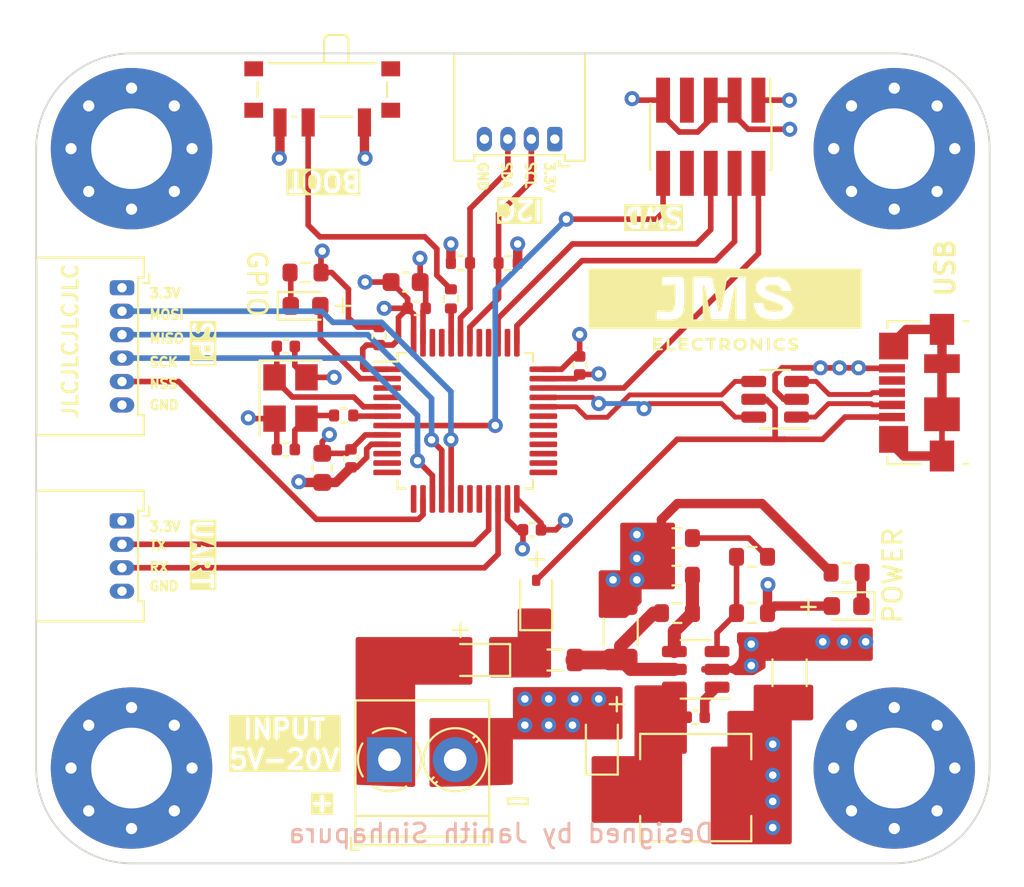
<source format=kicad_pcb>
(kicad_pcb (version 20221018) (generator pcbnew)
  (layers (0 "F.Cu" signal) (1 "In1.Cu" jumper) (2 "In2.Cu" power) (31 "B.Cu" signal) (34 "B.Paste" user) (35 "F.Paste" user) (36 "B.SilkS" user "B.Silkscreen") (37 "F.SilkS" user "F.Silkscreen") (38 "B.Mask" user) (39 "F.Mask" user) (44 "Edge.Cuts" user))
  (net 0 "")
  (net 1 "+3.3V")
  (net 2 "GND")
  (net 3 "HSE_IN")
  (net 4 "Net-(C9-Pad1)")
  (net 5 "BUCK_IN")
  (net 6 "BUCK_BST")
  (net 7 "BUCK_SW")
  (net 8 "Net-(D1-K)")
  (net 9 "LED")
  (net 10 "Net-(D2-K)")
  (net 11 "VCC")
  (net 12 "+5V")
  (net 13 "Net-(D5-K)")
  (net 15 "unconnected-(J1-Shield-Pad6)")
  (net 16 "SWDIO")
  (net 17 "SWCLK")
  (net 18 "SWO")
  (net 21 "NRST")
  (net 22 "SCL")
  (net 23 "SDA")
  (net 24 "TX")
  (net 25 "RX")
  (net 26 "MOSI")
  (net 27 "MISO")
  (net 28 "SCK")
  (net 29 "NSS")
  (net 30 "BOOT0")
  (net 31 "Net-(SW1-B)")
  (net 32 "HSE_OUT")
  (net 33 "BUCK_EN")
  (net 34 "BUCK_FB")
  (net 35 "Net-(R10-Pad2)")
  (net 57 "USB_CONN_D-")
  (net 58 "USB_CONN_D+")
  (net 59 "USB_D+")
  (net 60 "USB_D-")
  (footprint "Capacitor_SMD:C_0402_1005Metric" (layer "F.Cu") (at 185 109.05 180)
    (fp_text reference "C12")
    (fp_text value "10n")
  )
  (footprint "Connector_USB:USB_Micro-B_Molex_47346-0001" (layer "F.Cu") (at 196.92 91.75 90)
    (fp_text reference "J1")
    (fp_text value "USB_B_Micro")
  )
  (footprint "Inductor_SMD:L_Sunlord_MWSA0518S" (layer "F.Cu") (at 185 112.8)
    (fp_text reference "L1")
    (fp_text value "10u")
  )
  (footprint "MountingHole:MountingHole_4.3mm_M4_Pad_Via" (layer "F.Cu") (at 195.58 78.74)
    (fp_text reference "H2")
    (fp_text value "MountingHole_Pad")
  )
  (footprint "MountingHole:MountingHole_4.3mm_M4_Pad_Via" (layer "F.Cu") (at 195.58 111.76)
    (fp_text reference "H4")
    (fp_text value "MountingHole_Pad")
  )
  (footprint "Package_QFP:LQFP-48_7x7mm_P0.5mm" (layer "F.Cu") (at 172.72 93.25)
    (fp_text reference "U1")
    (fp_text value "STM32F103C8T6")
  )
  (footprint "Capacitor_SMD:C_0402_1005Metric" (layer "F.Cu") (at 176.276 99.06 180)
    (fp_text reference "C2")
    (fp_text value "100n")
  )
  (footprint "Resistor_SMD:R_0603_1608Metric" (layer "F.Cu") (at 188 100.5 180)
    (fp_text reference "R9")
    (fp_text value "15k")
  )
  (footprint "Connector_Molex:Molex_PicoBlade_53048-0610_1x06_P1.25mm_Horizontal" (layer "F.Cu") (at 154.432 86.1552 -90)
    (fp_text reference "J6")
    (fp_text value "SPI")
  )
  (footprint "Diode_SMD:D_SOD-323" (layer "F.Cu") (at 173.5 106 180)
    (fp_text reference "D2")
    (fp_text value "1N5819WS")
  )
  (footprint "Capacitor_SMD:C_0402_1005Metric" (layer "F.Cu") (at 163.16 89.282)
    (fp_text reference "C6")
    (fp_text value "12p")
  )
  (footprint "MountingHole:MountingHole_4.3mm_M4_Pad_Via" (layer "F.Cu") (at 154.94 111.76)
    (fp_text reference "H3")
    (fp_text value "MountingHole_Pad")
  )
  (footprint "Connector_Molex:Molex_PicoBlade_53048-0410_1x04_P1.25mm_Horizontal" (layer "F.Cu") (at 177.4906 78.2302 180)
    (fp_text reference "J4")
    (fp_text value "I2C")
  )
  (footprint "Resistor_SMD:R_0402_1005Metric" (layer "F.Cu") (at 175.006 84.836)
    (fp_text reference "R2")
    (fp_text value "2k2")
  )
  (footprint "LED_SMD:LED_0603_1608Metric" (layer "F.Cu") (at 164.211 87.122)
    (fp_text reference "D1")
    (fp_text value "STA")
  )
  (footprint "Connector_PinHeader_1.27mm:PinHeader_2x05_P1.27mm_Vertical_SMD" (layer "F.Cu") (at 185.801 78.105 -90)
    (fp_text reference "J3")
    (fp_text value "SWD")
  )
  (footprint "Capacitor_SMD:C_0402_1005Metric" (layer "F.Cu") (at 166.6325 95.25 90)
    (fp_text reference "C8")
    (fp_text value "100n")
  )
  (footprint "Capacitor_SMD:C_1206_3216Metric" (layer "F.Cu") (at 190 106.68 90)
    (fp_text reference "C11")
    (fp_text value "22u")
  )
  (footprint "Button_Switch_SMD:SW_SPDT_PCM12" (layer "F.Cu") (at 165.1 75.913 180)
    (fp_text reference "SW1")
    (fp_text value "SW_SPDT")
  )
  (footprint "Resistor_SMD:R_0402_1005Metric" (layer "F.Cu") (at 166.243 92.964)
    (fp_text reference "R3")
    (fp_text value "47")
  )
  (footprint "Capacitor_SMD:C_0603_1608Metric" (layer "F.Cu") (at 169.545 85.852)
    (fp_text reference "C1")
    (fp_text value "10u")
  )
  (footprint "Resistor_SMD:R_0402_1005Metric" (layer "F.Cu") (at 172.466 84.836 180)
    (fp_text reference "R5")
    (fp_text value "2k2")
  )
  (footprint "Resistor_SMD:R_0603_1608Metric" (layer "F.Cu") (at 164.211 85.344 180)
    (fp_text reference "R4")
    (fp_text value "330")
  )
  (footprint "Capacitor_SMD:C_1206_3216Metric" (layer "F.Cu") (at 181 104.5 90)
    (fp_text reference "C10")
    (fp_text value "10u")
  )
  (footprint "Diode_SMD:D_SOD-323" (layer "F.Cu") (at 180 110.5 90)
    (fp_text reference "D4")
    (fp_text value "1N5819WS")
  )
  (footprint "TerminalBlock_Phoenix:TerminalBlock_Phoenix_PT-1,5-2-3.5-H_1x02_P3.50mm_Horizontal" (layer "F.Cu") (at 168.684 111.314)
    (fp_text reference "J2")
    (fp_text value "Power")
  )
  (footprint "Capacitor_SMD:C_0402_1005Metric" (layer "F.Cu") (at 170.1325 87.25)
    (fp_text reference "C4")
    (fp_text value "100n")
  )
  (footprint "Capacitor_SMD:C_0402_1005Metric" (layer "F.Cu") (at 163.16 94.782 180)
    (fp_text reference "C9")
    (fp_text value "12p")
  )
  (footprint "Janith_Kicad_Footprints:Janith Logo" (layer "F.Cu") (at 186.563 87.376)
    (fp_text reference "G***" hide)
    (fp_text value "LOGO" hide)
  )
  (footprint "Inductor_SMD:L_0805_2012Metric" (layer "F.Cu") (at 177.5 106)
    (fp_text reference "FB1")
    (fp_text value "GZ2012D101TF")
  )
  (footprint "Capacitor_SMD:C_0402_1005Metric" (layer "F.Cu") (at 178.816 90.297 -90)
    (fp_text reference "C3")
    (fp_text value "100n")
  )
  (footprint "Resistor_SMD:R_0603_1608Metric" (layer "F.Cu") (at 193.04 101.346)
    (fp_text reference "R11")
    (fp_text value "330")
  )
  (footprint "Resistor_SMD:R_0603_1608Metric" (layer "F.Cu") (at 184 103.5 180)
    (fp_text reference "R6")
    (fp_text value "100k")
  )
  (footprint "Capacitor_SMD:C_0603_1608Metric" (layer "F.Cu") (at 165.1 95.758 90)
    (fp_text reference "C7")
    (fp_text value "10u")
  )
  (footprint "Resistor_SMD:R_0603_1608Metric" (layer "F.Cu") (at 184 101.5)
    (fp_text reference "R7")
    (fp_text value "33k")
  )
  (footprint "Crystal:Crystal_SMD_3225-4Pin_3.2x2.5mm" (layer "F.Cu") (at 163.41 92.032 -90)
    (fp_text reference "Y1")
    (fp_text value "16MHz")
  )
  (footprint "MountingHole:MountingHole_4.3mm_M4_Pad_Via" (layer "F.Cu") (at 154.94 78.74)
    (fp_text reference "H1")
    (fp_text value "MountingHole_Pad")
  )
  (footprint "Resistor_SMD:R_0603_1608Metric" (layer "F.Cu") (at 184 99.5)
    (fp_text reference "R10")
    (fp_text value "270")
  )
  (footprint "Capacitor_SMD:C_0402_1005Metric" (layer "F.Cu") (at 168.1325 88.73 90)
    (fp_text reference "C5")
    (fp_text value "100n")
  )
  (footprint "Package_TO_SOT_SMD:SOT-23-6" (layer "F.Cu") (at 189.23 92.1 180)
    (fp_text reference "U2")
    (fp_text value "USBLC6-2SC6")
  )
  (footprint "Resistor_SMD:R_0603_1608Metric" (layer "F.Cu") (at 188 103.5)
    (fp_text reference "R8")
    (fp_text value "47k")
  )
  (footprint "Diode_SMD:D_SOD-323" (layer "F.Cu") (at 176.5 102.8 90)
    (fp_text reference "D3")
    (fp_text value "1N5819WS")
  )
  (footprint "Package_TO_SOT_SMD:TSOT-23-6" (layer "F.Cu") (at 185 106.5 180)
    (fp_text reference "U3")
    (fp_text value "MP2359")
  )
  (footprint "Connector_Molex:Molex_PicoBlade_53048-0410_1x04_P1.25mm_Horizontal" (layer "F.Cu") (at 154.4302 98.582 -90)
    (fp_text reference "J5")
    (fp_text value "UART")
  )
  (footprint "LED_SMD:LED_0603_1608Metric" (layer "F.Cu") (at 193.04 103.124 180)
    (fp_text reference "D5")
    (fp_text value "PWR")
  )
  (footprint "Resistor_SMD:R_0402_1005Metric" (layer "F.Cu") (at 171.958 86.75 90)
    (fp_text reference "R1")
    (fp_text value "10k")
  )
  (gr_line (start 200.66 78.74) (end 200.66 111.76) (stroke (width 0.1)) (layer "Edge.Cuts"))
  (gr_arc (start 154.94 116.84) (mid 151.347898 115.352102) (end 149.86 111.76) (stroke (width 0.1)) (layer "Edge.Cuts"))
  (gr_line (start 154.94 116.84) (end 195.58 116.84) (stroke (width 0.1)) (layer "Edge.Cuts"))
  (gr_line (start 154.94 73.66) (end 195.58 73.66) (stroke (width 0.1)) (layer "Edge.Cuts"))
  (gr_arc (start 200.66 111.76) (mid 199.172102 115.352102) (end 195.58 116.84) (stroke (width 0.1)) (layer "Edge.Cuts"))
  (gr_arc (start 149.86 78.74) (mid 151.347898 75.147898) (end 154.94 73.66) (stroke (width 0.1)) (layer "Edge.Cuts"))
  (gr_arc (start 195.58 73.66) (mid 199.172102 75.147898) (end 200.66 78.74) (stroke (width 0.1)) (layer "Edge.Cuts"))
  (gr_line (start 149.86 78.74) (end 149.86 111.76) (stroke (width 0.1)) (layer "Edge.Cuts"))
  (gr_text "Designed by Janith Sinhapura" (at 186.055 115.824) (layer "B.SilkS") (effects (font (size 1 1)) (justify left bottom mirror)))
  (gr_text "+" (at 191.008 103.6828) (layer "F.SilkS") (effects (font (size 1 1) (thickness 0.125)) (justify bottom)))
  (gr_text "JLCJLCJLCJLC" (at 152.146 93.218 90) (layer "F.SilkS") (effects (font (size 0.8 0.8)) (justify left bottom)))
  (gr_text "-" (at 175.514 114.046) (layer "F.SilkS" knockout) (effects (font (size 1 1) (thickness 0.2) bold) (justify bottom)))
  (gr_text "BOOT" (at 165.227 79.883 180) (layer "F.SilkS" knockout) (effects (font (size 1 1) (thickness 0.2) bold) (justify bottom)))
  (gr_text "SCK" (at 155.829 90.424) (layer "F.SilkS") (effects (font (size 0.5 0.5) (thickness 0.125)) (justify left bottom)))
  (gr_text "3.3V" (at 155.829 99.187) (layer "F.SilkS") (effects (font (size 0.5 0.5) (thickness 0.125)) (justify left bottom)))
  (gr_text "USB" (at 198.882 86.741 90) (layer "F.SilkS") (effects (font (size 1 1) (thickness 0.2) bold) (justify left bottom)))
  (gr_text "GND" (at 155.829 102.362) (layer "F.SilkS") (effects (font (size 0.5 0.5) (thickness 0.125)) (justify left bottom)))
  (gr_text "UART" (at 158.115 100.33 270) (layer "F.SilkS" knockout) (effects (font (size 1 1) (thickness 0.2) bold) (justify bottom)))
  (gr_text "GND" (at 173.355 79.375 -90) (layer "F.SilkS") (effects (font (size 0.5 0.5) (thickness 0.125)) (justify left bottom)))
  (gr_text "GND" (at 155.829 92.71) (layer "F.SilkS") (effects (font (size 0.5 0.5) (thickness 0.125)) (justify left bottom)))
  (gr_text "MOSI" (at 155.829 87.884) (layer "F.SilkS") (effects (font (size 0.5 0.5) (thickness 0.125)) (justify left bottom)))
  (gr_text "3.3V" (at 176.911 79.375 -90) (layer "F.SilkS") (effects (font (size 0.5 0.5) (thickness 0.125)) (justify left bottom)))
  (gr_text "+" (at 180.7972 108.8644) (layer "F.SilkS") (effects (font (size 1 1) (thickness 0.125)) (justify bottom)))
  (gr_text "SCL" (at 175.895 79.375 270) (layer "F.SilkS") (effects (font (size 0.5 0.5) (thickness 0.125)) (justify left bottom)))
  (gr_text "+" (at 176.53 101.1428) (layer "F.SilkS") (effects (font (size 1 1) (thickness 0.125)) (justify bottom)))
  (gr_text "POWER" (at 196.088 104.14 90) (layer "F.SilkS") (effects (font (size 1 1)) (justify left bottom)))
  (gr_text "INPUT\n5V-20V" (at 163.068 111.887) (layer "F.SilkS" knockout) (effects (font (size 1 1) (thickness 0.2) bold) (justify bottom)))
  (gr_text "NSS" (at 155.829 91.567) (layer "F.SilkS") (effects (font (size 0.5 0.5) (thickness 0.125)) (justify left bottom)))
  (gr_text "MISO" (at 155.829 89.154) (layer "F.SilkS") (effects (font (size 0.5 0.5) (thickness 0.125)) (justify left bottom)))
  (gr_text "+" (at 165.1 114.173) (layer "F.SilkS" knockout) (effects (font (size 1 1) (thickness 0.2) bold) (justify bottom)))
  (gr_text "+" (at 172.466 104.902) (layer "F.SilkS") (effects (font (size 1 1) (thickness 0.125)) (justify bottom)))
  (gr_text "+" (at 166.2176 87.63) (layer "F.SilkS") (effects (font (size 1 1) (thickness 0.125)) (justify bottom)))
  (gr_text "3.3V" (at 155.829 86.741) (layer "F.SilkS") (effects (font (size 0.5 0.5) (thickness 0.125)) (justify left bottom)))
  (gr_text "RX" (at 155.829 101.346) (layer "F.SilkS") (effects (font (size 0.5 0.5) (thickness 0.125)) (justify left bottom)))
  (gr_text "SDA" (at 174.625 79.375 270) (layer "F.SilkS") (effects (font (size 0.5 0.5) (thickness 0.125)) (justify left bottom)))
  (gr_text "SPI" (at 158.115 89.154 270) (layer "F.SilkS" knockout) (effects (font (size 1 1) (thickness 0.2) bold) (justify bottom)))
  (gr_text "GPIO" (at 161.036 84.074 270) (layer "F.SilkS") (effects (font (size 1 1)) (justify left bottom)))
  (gr_text "I2C" (at 175.641 81.407 180) (layer "F.SilkS" knockout) (effects (font (size 1 1) (thickness 0.2) bold) (justify bottom)))
  (gr_text "TX" (at 155.829 100.203) (layer "F.SilkS") (effects (font (size 0.5 0.5) (thickness 0.125)) (justify left bottom)))
  (gr_text "SWD" (at 182.753 81.788 180) (layer "F.SilkS" knockout) (effects (font (size 1 1) (thickness 0.2) bold) (justify bottom)))
  (segment (start 167.71688 94.5) (end 167.47 94.74688) (width 0.3) (layer "F.Cu") (net 1))
  (segment (start 175.47 97.4125) (end 176.756 98.6985) (width 0.3) (layer "F.Cu") (net 1))
  (segment (start 178.534 89.817) (end 178.816 89.817) (width 0.3) (layer "F.Cu") (net 1))
  (segment (start 171.956 84.836) (end 171.956 83.822) (width 0.5) (layer "F.Cu") (net 1))
  (segment (start 169.97 89.0875) (end 169.97 87.5675) (width 0.3) (layer "F.Cu") (net 1))
  (segment (start 178.816 89.817) (end 178.816 88.646) (width 0.3) (layer "F.Cu") (net 1))
  (segment (start 167.259 90.424) (end 167.259 89.408) (width 0.3) (layer "F.Cu") (net 1))
  (segment (start 167.35 77.343) (end 167.35 79.212) (width 0.5) (layer "F.Cu") (net 1))
  (segment (start 168.403 87.25) (end 168.402 87.249) (width 0.3) (layer "F.Cu") (net 1))
  (segment (start 166.942499 95.73) (end 166.6325 95.73) (width 0.3) (layer "F.Cu") (net 1))
  (segment (start 169.164 87.7385) (end 169.6525 87.25) (width 0.3) (layer "F.Cu") (net 1))
  (segment (start 167.457 89.21) (end 168.1325 89.21) (width 0.3) (layer "F.Cu") (net 1))
  (segment (start 169.164 88.9) (end 169.164 87.7385) (width 0.3) (layer "F.Cu") (net 1))
  (segment (start 167.47 95.202499) (end 166.942499 95.73) (width 0.3) (layer "F.Cu") (net 1))
  (segment (start 168.5575 90.5) (end 167.335 90.5) (width 0.3) (layer "F.Cu") (net 1))
  (segment (start 176.756 99.06) (end 177.546 99.06) (width 0.3) (layer "F.Cu") (net 1))
  (segment (start 168.854 89.21) (end 169.164 88.9) (width 0.3) (layer "F.Cu") (net 1))
  (segment (start 176.756 98.6985) (end 176.756 99.06) (width 0.3) (layer "F.Cu") (net 1))
  (segment (start 168.5575 94.5) (end 167.71688 94.5) (width 0.3) (layer "F.Cu") (net 1))
  (segment (start 177.851 90.5) (end 178.534 89.817) (width 0.3) (layer "F.Cu") (net 1))
  (segment (start 165.1 96.533) (end 163.887662 96.533) (width 0.5) (layer "F.Cu") (net 1))
  (segment (start 189.992 76.155) (end 188.341 76.155) (width 0.3) (layer "F.Cu") (net 1))
  (segment (start 177.546 99.06) (end 178.054 98.552) (width 0.3) (layer "F.Cu") (net 1))
  (segment (start 189.201 103.124) (end 188.825 103.5) (width 0.5) (layer "F.Cu") (net 1))
  (segment (start 175.516 83.822) (end 175.514 83.82) (width 0.5) (layer "F.Cu") (net 1))
  (segment (start 188.825 103.5) (end 188.825 102.005) (width 0.5) (layer "F.Cu") (net 1))
  (segment (start 163.887662 96.533) (end 163.852331 96.497669) (width 0.5) (layer "F.Cu") (net 1))
  (segment (start 167.35 79.212) (end 167.386 79.248) (width 0.5) (layer "F.Cu") (net 1))
  (segment (start 169.6525 86.7345) (end 168.77 85.852) (width 0.3) (layer "F.Cu") (net 1))
  (segment (start 169.97 87.5675) (end 169.6525 87.25) (width 0.3) (layer "F.Cu") (net 1))
  (segment (start 165.1 96.533) (end 165.8295 96.533) (width 0.5) (layer "F.Cu") (net 1))
  (segment (start 171.956 83.822) (end 171.958 83.82) (width 0.5) (layer "F.Cu") (net 1))
  (segment (start 167.335 90.5) (end 167.259 90.424) (width 0.3) (layer "F.Cu") (net 1))
  (segment (start 188.825 102.005) (end 188.849 101.981) (width 0.5) (layer "F.Cu") (net 1))
  (segment (start 165.8295 96.533) (end 166.6325 95.73) (width 0.5) (layer "F.Cu") (net 1))
  (segment (start 167.47 94.74688) (end 167.47 95.202499) (width 0.3) (layer "F.Cu") (net 1))
  (segment (start 168.77 85.852) (end 167.386 85.852) (width 0.3) (layer "F.Cu") (net 1))
  (segment (start 169.6525 87.25) (end 169.6525 86.7345) (width 0.3) (layer "F.Cu") (net 1))
  (segment (start 168.1325 89.21) (end 168.854 89.21) (width 0.3) (layer "F.Cu") (net 1))
  (segment (start 167.259 89.408) (end 167.457 89.21) (width 0.3) (layer "F.Cu") (net 1))
  (segment (start 176.8825 90.5) (end 177.851 90.5) (width 0.3) (layer "F.Cu") (net 1))
  (segment (start 169.6525 87.25) (end 168.403 87.25) (width 0.3) (layer "F.Cu") (net 1))
  (segment (start 192.2525 103.124) (end 189.201 103.124) (width 0.5) (layer "F.Cu") (net 1))
  (segment (start 175.516 84.836) (end 175.516 83.822) (width 0.5) (layer "F.Cu") (net 1))
  (via (at 189.103 114.935) (size 0.8) (drill 0.4) (layers "F.Cu" "B.Cu") (net 1))
  (via (at 189.992 76.155) (size 0.8) (drill 0.4) (layers "F.Cu" "B.Cu") (net 1))
  (via (at 167.386 85.852) (size 0.8) (drill 0.4) (layers "F.Cu" "B.Cu") (net 1))
  (via (at 168.402 87.249) (size 0.8) (drill 0.4) (layers "F.Cu" "B.Cu") (net 1))
  (via (at 189.103 110.49) (size 0.8) (drill 0.4) (layers "F.Cu" "B.Cu") (net 1))
  (via (at 167.386 79.248) (size 0.8) (drill 0.4) (layers "F.Cu" "B.Cu") (net 1))
  (via (at 175.514 83.82) (size 0.8) (drill 0.4) (layers "F.Cu" "B.Cu") (net 1))
  (via (at 189.103 113.538) (size 0.8) (drill 0.4) (layers "F.Cu" "B.Cu") (net 1))
  (via (at 163.852331 96.497669) (size 0.8) (drill 0.4) (layers "F.Cu" "B.Cu") (net 1))
  (via (at 178.054 98.552) (size 0.8) (drill 0.4) (layers "F.Cu" "B.Cu") (net 1))
  (via (at 178.816 88.646) (size 0.8) (drill 0.4) (layers "F.Cu" "B.Cu") (net 1))
  (via (at 189.103 112.141) (size 0.8) (drill 0.4) (layers "F.Cu" "B.Cu") (net 1))
  (via (at 171.958 83.82) (size 0.8) (drill 0.4) (layers "F.Cu" "B.Cu") (net 1))
  (via (at 188.849 101.981) (size 0.8) (drill 0.4) (layers "F.Cu" "B.Cu") (net 1))
  (segment (start 170.6125 86.1445) (end 170.32 85.852) (width 0.3) (layer "F.Cu") (net 2))
  (segment (start 192.215 101.346) (end 188.532 97.663) (width 0.5) (layer "F.Cu") (net 2))
  (segment (start 163.64 90.312) (end 164.26 90.932) (width 0.3) (layer "F.Cu") (net 2))
  (segment (start 193.675 90.424) (end 193.701 90.45) (width 0.3) (layer "F.Cu") (net 2))
  (segment (start 165.036 84.265) (end 165.1 84.201) (width 0.3) (layer "F.Cu") (net 2))
  (segment (start 165.608 85.344) (end 166.497 86.233) (width 0.3) (layer "F.Cu") (net 2))
  (segment (start 181.692 76.155) (end 181.61 76.073) (width 0.3) (layer "F.Cu") (net 2))
  (segment (start 168.5575 94) (end 167.4025 94) (width 0.3) (layer "F.Cu") (net 2))
  (segment (start 184.127 77.851) (end 185.105 77.851) (width 0.3) (layer "F.Cu") (net 2))
  (segment (start 162.68 94.782) (end 162.68 93.252) (width 0.3) (layer "F.Cu") (net 2))
  (segment (start 166.99 88.25) (end 168.1325 88.25) (width 0.3) (layer "F.Cu") (net 2))
  (segment (start 183.261 76.155) (end 183.261 76.985) (width 0.3) (layer "F.Cu") (net 2))
  (segment (start 174.97 97.4125) (end 174.97 98.513999) (width 0.3) (layer "F.Cu") (net 2))
  (segment (start 166.4195 94.983) (end 166.6325 94.77) (width 0.3) (layer "F.Cu") (net 2))
  (segment (start 190.011 77.705) (end 187.791 77.705) (width 0.3) (layer "F.Cu") (net 2))
  (segment (start 183.261 76.985) (end 184.127 77.851) (width 0.3) (layer "F.Cu") (net 2))
  (segment (start 189.23 90.805) (end 189.611 90.424) (width 0.3) (layer "F.Cu") (net 2))
  (segment (start 162.68 93.252) (end 162.56 93.132) (width 0.3) (layer "F.Cu") (net 2))
  (segment (start 184.023 97.663) (end 183.175 98.511) (width 0.5) (layer "F.Cu") (net 2))
  (segment (start 178.816 90.777) (end 179.805 90.777) (width 0.3) (layer "F.Cu") (net 2))
  (segment (start 165.036 85.344) (end 165.036 84.265) (width 0.3) (layer "F.Cu") (net 2))
  (segment (start 191.643 90.424) (end 192.659 90.424) (width 0.3) (layer "F.Cu") (net 2))
  (segment (start 185.105 77.851) (end 185.801 77.155) (width 0.3) (layer "F.Cu") (net 2))
  (segment (start 187.071 76.985) (end 187.071 76.155) (width 0.3) (layer "F.Cu") (net 2))
  (segment (start 167.4025 94) (end 166.6325 94.77) (width 0.3) (layer "F.Cu") (net 2))
  (segment (start 162.85 77.343) (end 162.85 79.212) (width 0.5) (layer "F.Cu") (net 2))
  (segment (start 162.85 79.212) (end 162.814 79.248) (width 0.5) (layer "F.Cu") (net 2))
  (segment (start 170.32 84.595) (end 170.307 84.582) (width 0.3) (layer "F.Cu") (net 2))
  (segment (start 166.497 86.233) (end 166.497 87.757) (width 0.3) (layer "F.Cu") (net 2))
  (segment (start 193.701 90.45) (end 195.46 90.45) (width 0.3) (layer "F.Cu") (net 2))
  (segment (start 189.23 91.636262) (end 189.23 90.805) (width 0.3) (layer "F.Cu") (net 2))
  (segment (start 165.1 94.983) (end 165.1 94.361) (width 0.3) (layer "F.Cu") (net 2))
  (segment (start 170.6125 87.25) (end 170.6125 86.1445) (width 0.3) (layer "F.Cu") (net 2))
  (segment (start 162.56 93.132) (end 161.204 93.132) (width 0.3) (layer "F.Cu") (net 2))
  (segment (start 188.532 97.663) (end 184.023 97.663) (width 0.5) (layer "F.Cu") (net 2))
  (segment (start 165.313 94.77) (end 165.1 94.983) (width 0.3) (layer "F.Cu") (net 2))
  (segment (start 170.32 85.852) (end 170.32 84.595) (width 0.3) (layer "F.Cu") (net 2))
  (segment (start 183.261 76.155) (end 181.692 76.155) (width 0.3) (layer "F.Cu") (net 2))
  (segment (start 170.47 87.3925) (end 170.6125 87.25) (width 0.3) (layer "F.Cu") (net 2))
  (segment (start 175.516001 99.06) (end 175.796 99.06) (width 0.3) (layer "F.Cu") (net 2))
  (segment (start 174.97 98.513999) (end 175.516001 99.06) (width 0.3) (layer "F.Cu") (net 2))
  (segment (start 165.1 94.361) (end 165.481 93.98) (width 0.3) (layer "F.Cu") (net 2))
  (segment (start 185.801 77.155) (end 185.801 76.155) (width 0.3) (layer "F.Cu") (net 2))
  (segment (start 175.796 100.048) (end 175.768 100.076) (width 0.3) (layer "F.Cu") (net 2))
  (segment (start 179.805 90.777) (end 179.832 90.75) (width 0.3) (layer "F.Cu") (net 2))
  (segment (start 161.204 93.132) (end 161.163 93.091) (width 0.3) (layer "F.Cu") (net 2))
  (segment (start 163.64 89.282) (end 163.64 90.312) (width 0.3) (layer "F.Cu") (net 2))
  (segment (start 185.801 76.155) (end 187.071 76.155) (width 0.3) (layer "F.Cu") (net 2))
  (segment (start 166.497 87.757) (end 166.99 88.25) (width 0.3) (layer "F.Cu") (net 2))
  (segment (start 165.735 90.932) (end 164.26 90.932) (width 0.3) (layer "F.Cu") (net 2))
  (segment (start 187.791 77.705) (end 187.071 76.985) (width 0.3) (layer "F.Cu") (net 2))
  (segment (start 170.47 89.0875) (end 170.47 87.3925) (width 0.3) (layer "F.Cu") (net 2))
  (segment (start 165.1 94.983) (end 166.4195 94.983) (width 0.3) (layer "F.Cu") (net 2))
  (segment (start 189.693738 92.1) (end 189.23 91.636262) (width 0.3) (layer "F.Cu") (net 2))
  (segment (start 176.8825 91) (end 178.593 91) (width 0.3) (layer "F.Cu") (net 2))
  (segment (start 190.3675 92.1) (end 189.693738 92.1) (width 0.3) (layer "F.Cu") (net 2))
  (segment (start 189.611 90.424) (end 191.643 90.424) (width 0.3) (layer "F.Cu") (net 2))
  (segment (start 165.036 85.344) (end 165.608 85.344) (width 0.3) (layer "F.Cu") (net 2))
  (segment (start 178.593 91) (end 178.816 90.777) (width 0.3) (layer "F.Cu") (net 2))
  (segment (start 192.659 90.424) (end 193.675 90.424) (width 0.3) (layer "F.Cu") (net 2))
  (segment (start 175.796 99.06) (end 175.796 100.048) (width 0.3) (layer "F.Cu") (net 2))
  (segment (start 183.175 98.511) (end 183.175 99.5) (width 0.5) (layer "F.Cu") (net 2))
  (via (at 177.165 108.077) (size 0.8) (drill 0.4) (layers "F.Cu" "B.Cu") (net 2))
  (via (at 170.307 84.582) (size 0.8) (drill 0.4) (layers "F.Cu" "B.Cu") (net 2))
  (via (at 187.96 105.156) (size 0.8) (drill 0.4) (layers "F.Cu" "B.Cu") (net 2))
  (via (at 181.61 76.073) (size 0.8) (drill 0.4) (layers "F.Cu" "B.Cu") (net 2))
  (via (at 194.056 105.029) (size 0.8) (drill 0.4) (layers "F.Cu" "B.Cu") (net 2))
  (via (at 191.643 90.424) (size 0.8) (drill 0.4) (layers "F.Cu" "B.Cu") (net 2))
  (via (at 178.562 108.077) (size 0.8) (drill 0.4) (layers "F.Cu" "B.Cu") (net 2))
  (via (at 175.768 100.076) (size 0.8) (drill 0.4) (layers "F.Cu" "B.Cu") (net 2))
  (via (at 181.864 100.584) (size 0.8) (drill 0.4) (layers "F.Cu" "B.Cu") (net 2))
  (via (at 193.675 90.424) (size 0.8) (drill 0.4) (layers "F.Cu" "B.Cu") (net 2))
  (via (at 179.832 90.75) (size 0.8) (drill 0.4) (layers "F.Cu" "B.Cu") (net 2))
  (via (at 162.814 79.248) (size 0.8) (drill 0.4) (layers "F.Cu" "B.Cu") (net 2))
  (via (at 187.96 106.299) (size 0.8) (drill 0.4) (layers "F.Cu" "B.Cu") (net 2))
  (via (at 179.832 108.077) (size 0.8) (drill 0.4) (layers "F.Cu" "B.Cu") (net 2))
  (via (at 177.165 109.474) (size 0.8) (drill 0.4) (layers "F.Cu" "B.Cu") (net 2))
  (via (at 165.1 84.201) (size 0.8) (drill 0.4) (layers "F.Cu" "B.Cu") (net 2))
  (via (at 190.011 77.705) (size 0.8) (drill 0.4) (layers "F.Cu" "B.Cu") (net 2))
  (via (at 192.659 90.424) (size 0.8) (drill 0.4) (layers "F.Cu" "B.Cu") (net 2))
  (via (at 180.594 101.727) (size 0.8) (drill 0.4) (layers "F.Cu" "B.Cu") (net 2))
  (via (at 181.864 101.727) (size 0.8) (drill 0.4) (layers "F.Cu" "B.Cu") (net 2))
  (via (at 175.895 109.474) (size 0.8) (drill 0.4) (layers "F.Cu" "B.Cu") (net 2))
  (via (at 165.481 93.98) (size 0.8) (drill 0.4) (layers "F.Cu" "B.Cu") (net 2))
  (via (at 178.435 109.474) (size 0.8) (drill 0.4) (layers "F.Cu" "B.Cu") (net 2))
  (via (at 181.864 99.314) (size 0.8) (drill 0.4) (layers "F.Cu" "B.Cu") (net 2))
  (via (at 192.913 105.029) (size 0.8) (drill 0.4) (layers "F.Cu" "B.Cu") (net 2))
  (via (at 191.77 105.029) (size 0.8) (drill 0.4) (layers "F.Cu" "B.Cu") (net 2))
  (via (at 175.895 108.077) (size 0.8) (drill 0.4) (layers "F.Cu" "B.Cu") (net 2))
  (via (at 161.163 93.091) (size 0.8) (drill 0.4) (layers "F.Cu" "B.Cu") (net 2))
  (via (at 165.735 90.932) (size 0.8) (drill 0.4) (layers "F.Cu" "B.Cu") (net 2))
  (segment (start 168.5575 92.5) (end 167.298634 92.5) (width 0.3) (layer "F.Cu") (net 3))
  (segment (start 162.68 90.812) (end 162.56 90.932) (width 0.3) (layer "F.Cu") (net 3))
  (segment (start 162.56 91.032) (end 162.56 90.932) (width 0.3) (layer "F.Cu") (net 3))
  (segment (start 166.780634 91.982) (end 163.51 91.982) (width 0.3) (layer "F.Cu") (net 3))
  (segment (start 167.298634 92.5) (end 166.780634 91.982) (width 0.3) (layer "F.Cu") (net 3))
  (segment (start 162.68 89.282) (end 162.68 90.812) (width 0.3) (layer "F.Cu") (net 3))
  (segment (start 163.51 91.982) (end 162.56 91.032) (width 0.3) (layer "F.Cu") (net 3))
  (segment (start 163.64 93.752) (end 164.26 93.132) (width 0.3) (layer "F.Cu") (net 4))
  (segment (start 163.64 94.782) (end 163.64 93.752) (width 0.3) (layer "F.Cu") (net 4))
  (segment (start 165.733 92.964) (end 164.428 92.964) (width 0.3) (layer "F.Cu") (net 4))
  (segment (start 164.428 92.964) (end 164.26 93.132) (width 0.3) (layer "F.Cu") (net 4))
  (segment (start 178.5625 106) (end 180.975 106) (width 1) (layer "F.Cu") (net 5))
  (segment (start 180.975 106) (end 181 105.975) (width 1) (layer "F.Cu") (net 5))
  (segment (start 182.758 103.5) (end 181 105.258) (width 0.7) (layer "F.Cu") (net 5))
  (segment (start 183.175 103.5) (end 182.758 103.5) (width 0.7) (layer "F.Cu") (net 5))
  (segment (start 181.525 106.5) (end 181 105.975) (width 0.7) (layer "F.Cu") (net 5))
  (segment (start 181 105.258) (end 181 105.975) (width 0.7) (layer "F.Cu") (net 5))
  (segment (start 183.8625 106.5) (end 181.525 106.5) (width 0.7) (layer "F.Cu") (net 5))
  (segment (start 185.48 109.05) (end 185.48 108.1075) (width 0.5) (layer "F.Cu") (net 6))
  (segment (start 185.48 108.1075) (end 186.1375 107.45) (width 0.5) (layer "F.Cu") (net 6))
  (segment (start 163.4235 85.3815) (end 163.386 85.344) (width 0.3) (layer "F.Cu") (net 8))
  (segment (start 163.4235 87.122) (end 163.4235 85.3815) (width 0.3) (layer "F.Cu") (net 8))
  (segment (start 164.9985 88.870606) (end 164.9985 87.122) (width 0.3) (layer "F.Cu") (net 9))
  (segment (start 168.5575 91) (end 167.127894 91) (width 0.3) (layer "F.Cu") (net 9))
  (segment (start 167.127894 91) (end 164.9985 88.870606) (width 0.3) (layer "F.Cu") (net 9))
  (segment (start 184.016 94.234) (end 189.738 94.234) (width 0.3) (layer "F.Cu") (net 12))
  (segment (start 189.23 92.575001) (end 189.23 94.234) (width 0.3) (layer "F.Cu") (net 12))
  (segment (start 188.0925 92.1) (end 188.754999 92.1) (width 0.3) (layer "F.Cu") (net 12))
  (segment (start 189.23 94.234) (end 189.738 94.234) (width 0.3) (layer "F.Cu") (net 12))
  (segment (start 189.738 94.234) (end 191.77 94.234) (width 0.3) (layer "F.Cu") (net 12))
  (segment (start 176.5 101.75) (end 184.016 94.234) (width 0.3) (layer "F.Cu") (net 12))
  (segment (start 188.754999 92.1) (end 189.23 92.575001) (width 0.3) (layer "F.Cu") (net 12))
  (segment (start 192.954 93.05) (end 195.46 93.05) (width 0.3) (layer "F.Cu") (net 12))
  (segment (start 191.77 94.234) (end 192.954 93.05) (width 0.3) (layer "F.Cu") (net 12))
  (segment (start 193.8275 103.124) (end 193.8275 101.3835) (width 0.5) (layer "F.Cu") (net 13))
  (segment (start 193.8275 101.3835) (end 193.865 101.346) (width 0.5) (layer "F.Cu") (net 13))
  (segment (start 196.09 95.125) (end 198.12 95.125) (width 0.5) (layer "F.Cu") (net 15))
  (segment (start 198.12 88.375) (end 198.12 90.2) (width 0.5) (layer "F.Cu") (net 15))
  (segment (start 198.118 95.123) (end 198.12 95.125) (width 0.3) (layer "F.Cu") (net 15))
  (segment (start 195.545 94.2375) (end 195.545 94.58) (width 0.5) (layer "F.Cu") (net 15))
  (segment (start 198.12 95.125) (end 198.12 92.9) (width 0.3) (layer "F.Cu") (net 15))
  (segment (start 195.545 89.062) (end 196.232 88.375) (width 0.5) (layer "F.Cu") (net 15))
  (segment (start 195.545 94.58) (end 196.09 95.125) (width 0.5) (layer "F.Cu") (net 15))
  (segment (start 196.232 88.375) (end 198.12 88.375) (width 0.5) (layer "F.Cu") (net 15))
  (segment (start 195.545 89.2625) (end 195.545 89.062) (width 0.5) (layer "F.Cu") (net 15))
  (segment (start 198.12 90.2) (end 198.12 92.9) (width 0.5) (layer "F.Cu") (net 15))
  (segment (start 181.169 91.5) (end 176.8825 91.5) (width 0.3) (layer "F.Cu") (net 16))
  (segment (start 188.341 80.055) (end 188.341 84.328) (width 0.3) (layer "F.Cu") (net 16))
  (segment (start 188.341 84.328) (end 181.169 91.5) (width 0.3) (layer "F.Cu") (net 16))
  (segment (start 186.055 84.709) (end 187.071 83.693) (width 0.3) (layer "F.Cu") (net 17))
  (segment (start 175.47 88.182) (end 178.943 84.709) (width 0.3) (layer "F.Cu") (net 17))
  (segment (start 187.071 83.693) (end 187.071 80.055) (width 0.3) (layer "F.Cu") (net 17))
  (segment (start 175.47 89.0875) (end 175.47 88.182) (width 0.3) (layer "F.Cu") (net 17))
  (segment (start 178.943 84.709) (end 186.055 84.709) (width 0.3) (layer "F.Cu") (net 17))
  (segment (start 174.47 89.0875) (end 174.47 87.785) (width 0.3) (layer "F.Cu") (net 18))
  (segment (start 174.47 87.785) (end 178.435 83.82) (width 0.3) (layer "F.Cu") (net 18))
  (segment (start 185.039 83.82) (end 185.801 83.058) (width 0.3) (layer "F.Cu") (net 18))
  (segment (start 178.435 83.82) (end 185.039 83.82) (width 0.3) (layer "F.Cu") (net 18))
  (segment (start 185.801 83.058) (end 185.801 80.055) (width 0.3) (layer "F.Cu") (net 18))
  (segment (start 182.9054 82.4992) (end 183.261 82.1436) (width 0.3) (layer "F.Cu") (net 21))
  (segment (start 178.1048 82.4992) (end 182.9054 82.4992) (width 0.3) (layer "F.Cu") (net 21))
  (segment (start 183.261 82.1436) (end 183.261 80.055) (width 0.3) (layer "F.Cu") (net 21))
  (segment (start 168.5575 93.5) (end 174.3176 93.5) (width 0.3) (layer "F.Cu") (net 21))
  (segment (start 174.3176 93.5) (end 174.3202 93.4974) (width 0.3) (layer "F.Cu") (net 21))
  (via (at 174.3202 93.4974) (size 0.8) (drill 0.4) (layers "F.Cu" "B.Cu") (net 21))
  (via (at 178.1048 82.4992) (size 0.8) (drill 0.4) (layers "F.Cu" "B.Cu") (net 21))
  (segment (start 174.3202 93.4974) (end 174.3202 86.2838) (width 0.3) (layer "B.Cu") (net 21))
  (segment (start 174.3202 86.2838) (end 178.1048 82.4992) (width 0.3) (layer "B.Cu") (net 21))
  (segment (start 172.97 89.0875) (end 172.97 88.24688) (width 0.3) (layer "F.Cu") (net 22))
  (segment (start 174.496 86.72088) (end 174.496 84.836) (width 0.3) (layer "F.Cu") (net 22))
  (segment (start 176.2406 78.2302) (end 176.2406 80.4772) (width 0.3) (layer "F.Cu") (net 22))
  (segment (start 172.97 88.24688) (end 174.496 86.72088) (width 0.3) (layer "F.Cu") (net 22))
  (segment (start 174.496 82.2218) (end 174.496 84.836) (width 0.3) (layer "F.Cu") (net 22))
  (segment (start 176.2406 80.4772) (end 174.496 82.2218) (width 0.3) (layer "F.Cu") (net 22))
  (segment (start 172.976 81.9424) (end 172.976 84.836) (width 0.3) (layer "F.Cu") (net 23))
  (segment (start 172.976 87.251634) (end 172.976 84.836) (width 0.3) (layer "F.Cu") (net 23))
  (segment (start 172.47 89.0875) (end 172.47 87.757634) (width 0.3) (layer "F.Cu") (net 23))
  (segment (start 174.9906 78.2302) (end 174.9906 79.9238) (width 0.3) (layer "F.Cu") (net 23))
  (segment (start 172.974 81.9404) (end 172.976 81.9424) (width 0.3) (layer "F.Cu") (net 23))
  (segment (start 174.9906 79.9238) (end 172.974 81.9404) (width 0.3) (layer "F.Cu") (net 23))
  (segment (start 172.47 87.757634) (end 172.976 87.251634) (width 0.3) (layer "F.Cu") (net 23))
  (segment (start 173.97 99.06) (end 173.97 97.4125) (width 0.3) (layer "F.Cu") (net 24))
  (segment (start 173.198 99.832) (end 173.97 99.06) (width 0.3) (layer "F.Cu") (net 24))
  (segment (start 154.4302 99.832) (end 173.198 99.832) (width 0.3) (layer "F.Cu") (net 24))
  (segment (start 174.47 100.358) (end 173.746 101.082) (width 0.3) (layer "F.Cu") (net 25))
  (segment (start 174.47 97.4125) (end 174.47 100.358) (width 0.3) (layer "F.Cu") (net 25))
  (segment (start 173.746 101.082) (end 154.4302 101.082) (width 0.3) (layer "F.Cu") (net 25))
  (segment (start 171.97 94.262) (end 171.958 94.25) (width 0.3) (layer "F.Cu") (net 26))
  (segment (start 171.97 97.4125) (end 171.97 94.262) (width 0.3) (layer "F.Cu") (net 26))
  (via (at 171.958 94.25) (size 0.8) (drill 0.4) (layers "F.Cu" "B.Cu") (net 26))
  (segment (start 168.263 87.999) (end 165.6646 87.999) (width 0.3) (layer "B.Cu") (net 26))
  (segment (start 171.958 94.25) (end 171.958 91.694) (width 0.3) (layer "B.Cu") (net 26))
  (segment (start 171.958 91.694) (end 168.263 87.999) (width 0.3) (layer "B.Cu") (net 26))
  (segment (start 165.0708 87.4052) (end 154.432 87.4052) (width 0.3) (layer "B.Cu") (net 26))
  (segment (start 165.6646 87.999) (end 165.0708 87.4052) (width 0.3) (layer "B.Cu") (net 26))
  (segment (start 171.47 94.822661) (end 170.926751 94.279412) (width 0.3) (layer "F.Cu") (net 27))
  (segment (start 170.926751 94.279412) (end 170.926751 94.263413) (width 0.3) (layer "F.Cu") (net 27))
  (segment (start 171.47 97.4125) (end 171.47 94.822661) (width 0.3) (layer "F.Cu") (net 27))
  (via (at 170.926751 94.263413) (size 0.8) (drill 0.4) (layers "F.Cu" "B.Cu") (net 27))
  (segment (start 167.5222 88.6552) (end 154.432 88.6552) (width 0.3) (layer "B.Cu") (net 27))
  (segment (start 170.926751 94.263413) (end 170.926751 92.059751) (width 0.3) (layer "B.Cu") (net 27))
  (segment (start 170.926751 92.059751) (end 167.5222 88.6552) (width 0.3) (layer "B.Cu") (net 27))
  (segment (start 170.18 95.377) (end 170.97 96.167) (width 0.3) (layer "F.Cu") (net 28))
  (segment (start 170.97 96.167) (end 170.97 97.4125) (width 0.3) (layer "F.Cu") (net 28))
  (via (at 170.18 95.377) (size 0.8) (drill 0.4) (layers "F.Cu" "B.Cu") (net 28))
  (segment (start 170.176751 94.574074) (end 170.176751 92.960751) (width 0.3) (layer "B.Cu") (net 28))
  (segment (start 170.18 94.577323) (end 170.176751 94.574074) (width 0.3) (layer "B.Cu") (net 28))
  (segment (start 170.176751 92.960751) (end 167.1212 89.9052) (width 0.3) (layer "B.Cu") (net 28))
  (segment (start 167.1212 89.9052) (end 154.432 89.9052) (width 0.3) (layer "B.Cu") (net 28))
  (segment (start 170.18 95.377) (end 170.18 94.577323) (width 0.3) (layer "B.Cu") (net 28))
  (segment (start 170.47 98.25312) (end 170.22312 98.5) (width 0.3) (layer "F.Cu") (net 29))
  (segment (start 164.794 98.5) (end 157.4492 91.1552) (width 0.3) (layer "F.Cu") (net 29))
  (segment (start 157.4492 91.1552) (end 154.432 91.1552) (width 0.3) (layer "F.Cu") (net 29))
  (segment (start 170.47 97.4125) (end 170.47 98.25312) (width 0.3) (layer "F.Cu") (net 29))
  (segment (start 170.22312 98.5) (end 164.794 98.5) (width 0.3) (layer "F.Cu") (net 29))
  (segment (start 171.97 87.272) (end 171.97 89.0875) (width 0.3) (layer "F.Cu") (net 30))
  (segment (start 171.958 87.26) (end 171.97 87.272) (width 0.3) (layer "F.Cu") (net 30))
  (segment (start 171.208 84.086) (end 171.208 85.49) (width 0.3) (layer "F.Cu") (net 31))
  (segment (start 171.208 85.49) (end 171.958 86.24) (width 0.3) (layer "F.Cu") (net 31))
  (segment (start 164.35 82.816) (end 164.973 83.439) (width 0.3) (layer "F.Cu") (net 31))
  (segment (start 170.561 83.439) (end 171.208 84.086) (width 0.3) (layer "F.Cu") (net 31))
  (segment (start 164.35 77.343) (end 164.35 82.816) (width 0.3) (layer "F.Cu") (net 31))
  (segment (start 164.973 83.439) (end 170.561 83.439) (width 0.3) (layer "F.Cu") (net 31))
  (segment (start 166.789 93) (end 166.753 92.964) (width 0.3) (layer "F.Cu") (net 32))
  (segment (start 168.5575 93) (end 166.789 93) (width 0.3) (layer "F.Cu") (net 32))
  (segment (start 183.8625 105.55) (end 183.8625 104.4625) (width 0.7) (layer "F.Cu") (net 33))
  (segment (start 183.8625 104.4625) (end 184.825 103.5) (width 0.7) (layer "F.Cu") (net 33))
  (segment (start 184.825 103.5) (end 184.825 101.5) (width 0.7) (layer "F.Cu") (net 33))
  (segment (start 186.1375 104.5375) (end 187.175 103.5) (width 0.3) (layer "F.Cu") (net 34))
  (segment (start 186.1375 105.55) (end 186.1375 104.5375) (width 0.3) (layer "F.Cu") (net 34))
  (segment (start 187.175 100.5) (end 187.175 103.5) (width 0.3) (layer "F.Cu") (net 34))
  (segment (start 188.825 100.5) (end 187.825 99.5) (width 0.3) (layer "F.Cu") (net 35))
  (segment (start 187.825 99.5) (end 184.825 99.5) (width 0.3) (layer "F.Cu") (net 35))
  (segment (start 195.46 92.4) (end 194.424999 92.4) (width 0.261112) (layer "F.Cu") (net 57))
  (segment (start 194.357155 92.332156) (end 192.079095 92.332156) (width 0.261112) (layer "F.Cu") (net 57))
  (segment (start 191.361251 93.05) (end 190.3675 93.05) (width 0.261112) (layer "F.Cu") (net 57))
  (segment (start 192.079095 92.332156) (end 191.361251 93.05) (width 0.261112) (layer "F.Cu") (net 57))
  (segment (start 194.424999 92.4) (end 194.357155 92.332156) (width 0.261112) (layer "F.Cu") (net 57))
  (segment (start 191.411251 91.15) (end 190.3675 91.15) (width 0.261112) (layer "F.Cu") (net 58))
  (segment (start 194.424999 91.75) (end 194.332155 91.842844) (width 0.261112) (layer "F.Cu") (net 58))
  (segment (start 194.332155 91.842844) (end 192.104095 91.842844) (width 0.261112) (layer "F.Cu") (net 58))
  (segment (start 192.104095 91.842844) (end 191.411251 91.15) (width 0.261112) (layer "F.Cu") (net 58))
  (segment (start 195.46 91.75) (end 194.424999 91.75) (width 0.261112) (layer "F.Cu") (net 58))
  (segment (start 179.165556 93.059556) (end 178.606 92.5) (width 0.261112) (layer "F.Cu") (net 59))
  (segment (start 188.0925 91.15) (end 187.098749 91.15) (width 0.261112) (layer "F.Cu") (net 59))
  (segment (start 186.380905 91.867844) (end 181.480765 91.867844) (width 0.261112) (layer "F.Cu") (net 59))
  (segment (start 180.289053 93.059556) (end 179.165556 93.059556) (width 0.261112) (layer "F.Cu") (net 59))
  (segment (start 178.606 92.5) (end 176.8825 92.5) (width 0.261112) (layer "F.Cu") (net 59))
  (segment (start 181.480765 91.867844) (end 180.289053 93.059556) (width 0.261112) (layer "F.Cu") (net 59))
  (segment (start 187.098749 91.15) (end 186.380905 91.867844) (width 0.261112) (layer "F.Cu") (net 59))
  (segment (start 176.8825 92) (end 176.900343 92.017843) (width 0.261112) (layer "F.Cu") (net 60))
  (segment (start 182.245 92.5984) (end 182.511244 92.332156) (width 0.261112) (layer "F.Cu") (net 60))
  (segment (start 187.098749 93.05) (end 188.0925 93.05) (width 0.261112) (layer "F.Cu") (net 60))
  (segment (start 176.8825 92) (end 179.503 92) (width 0.261112) (layer "F.Cu") (net 60))
  (segment (start 182.511244 92.332156) (end 186.380905 92.332156) (width 0.261112) (layer "F.Cu") (net 60))
  (segment (start 186.380905 92.332156) (end 187.098749 93.05) (width 0.261112) (layer "F.Cu") (net 60))
  (segment (start 179.503 92) (end 179.832 92.329) (width 0.261112) (layer "F.Cu") (net 60))
  (via (at 182.245 92.5984) (size 0.8) (drill 0.4) (layers "F.Cu" "B.Cu") (net 60))
  (via (at 179.832 92.329) (size 0.8) (drill 0.4) (layers "F.Cu" "B.Cu") (net 60))
  (segment (start 181.9756 92.329) (end 179.832 92.329) (width 0.261112) (layer "B.Cu") (net 60))
  (segment (start 182.245 92.5984) (end 181.9756 92.329) (width 0.261112) (layer "B.Cu") (net 60))
  (zone (net 2) (net_name "GND") (layer "F.Cu") (priority 3) (connect_pads yes (clearance 0.5)) (min_thickness 0.25) (fill yes (thermal_gap 0.5) (thermal_bridge_width 0.75))
    (polygon (pts (xy 185.42 106.807) (xy 188.087 106.807) (xy 188.722 106.426) (xy 188.722 106.045) (xy 191.262 106.045) (xy 194.437 106.045) (xy 194.437 104.267) (xy 191.262 104.267) (xy 189.611 104.267) (xy 189.611 104.267) (xy 188.849 104.267) (xy 188.849 104.521) (xy 187.198 104.521) (xy 187.198 106.045) (xy 186.944 106.172) (xy 185.293 106.172) (xy 185.293 106.68)))
  )
  (zone (net 7) (net_name "BUCK_SW") (layer "F.Cu") (priority 1) (connect_pads yes (clearance 0.5)) (min_thickness 0.25) (fill yes (thermal_gap 0.5) (thermal_bridge_width 0.75))
    (polygon (pts (xy 181.61 114.681) (xy 184.277 114.681) (xy 184.277 110.998) (xy 184.531 110.998) (xy 184.531 107.061) (xy 182.88 107.061) (xy 181.737 107.061) (xy 181.737 111.125) (xy 179.451 111.125) (xy 179.451 114.681)))
  )
  (zone (net 2) (net_name "GND") (layer "F.Cu") (priority 7) (connect_pads yes (clearance 0.5)) (min_thickness 0.25) (fill yes (thermal_gap 0.5) (thermal_bridge_width 0.5))
    (polygon (pts (xy 170.815 112.776) (xy 170.815 109.855) (xy 170.815 109.093) (xy 175.26 109.093) (xy 175.26 107.442) (xy 181.102 107.442) (xy 181.102 110.236) (xy 175.26 110.236) (xy 175.26 112.649)))
  )
  (zone (net 10) (net_name "Net-(D2-K)") (layer "F.Cu") (priority 5) (connect_pads yes (clearance 0.5)) (min_thickness 0.25) (fill yes (thermal_gap 0.5) (thermal_bridge_width 0.75))
    (polygon (pts (xy 173.99 104.775) (xy 175.514 104.775) (xy 175.514 103.251) (xy 177.292 103.251) (xy 177.292 106.934) (xy 173.99 106.934) (xy 173.99 106.172)))
  )
  (zone (net 11) (net_name "VCC") (layer "F.Cu") (priority 4) (connect_pads yes (clearance 0.5)) (min_thickness 0.25) (fill yes (thermal_gap 0.5) (thermal_bridge_width 0.75))
    (polygon (pts (xy 170.053 112.776) (xy 170.053 109.347) (xy 170.053 107.315) (xy 173.101 107.315) (xy 173.101 104.775) (xy 166.878 104.775) (xy 166.878 112.649)))
  )
  (zone (net 2) (net_name "GND") (layer "F.Cu") (priority 6) (connect_pads yes (clearance 0.5)) (min_thickness 0.25) (fill yes (thermal_gap 0.5) (thermal_bridge_width 0.75))
    (polygon (pts (xy 179.832 103.759) (xy 181.737 103.759) (xy 182.118 103.378) (xy 182.118 102.235) (xy 183.896 102.235) (xy 183.896 98.679) (xy 180.975 98.679) (xy 180.975 101.219) (xy 179.832 101.219)))
  )
  (zone (net 1) (net_name "+3.3V") (layer "F.Cu") (priority 2) (connect_pads yes (clearance 0.5)) (min_thickness 0.25) (fill yes (thermal_gap 0.5) (thermal_bridge_width 0.75))
    (polygon (pts (xy 185.801 115.824) (xy 190.119 115.824) (xy 190.119 109.22) (xy 191.262 109.22) (xy 191.262 108.712) (xy 191.262 107.315) (xy 191.135 107.315) (xy 188.722 107.315) (xy 188.087 107.315) (xy 188.087 108.712) (xy 187.071 108.712) (xy 186.69 108.712) (xy 186.69 110.617) (xy 185.801 110.617)))
  )
)
</source>
